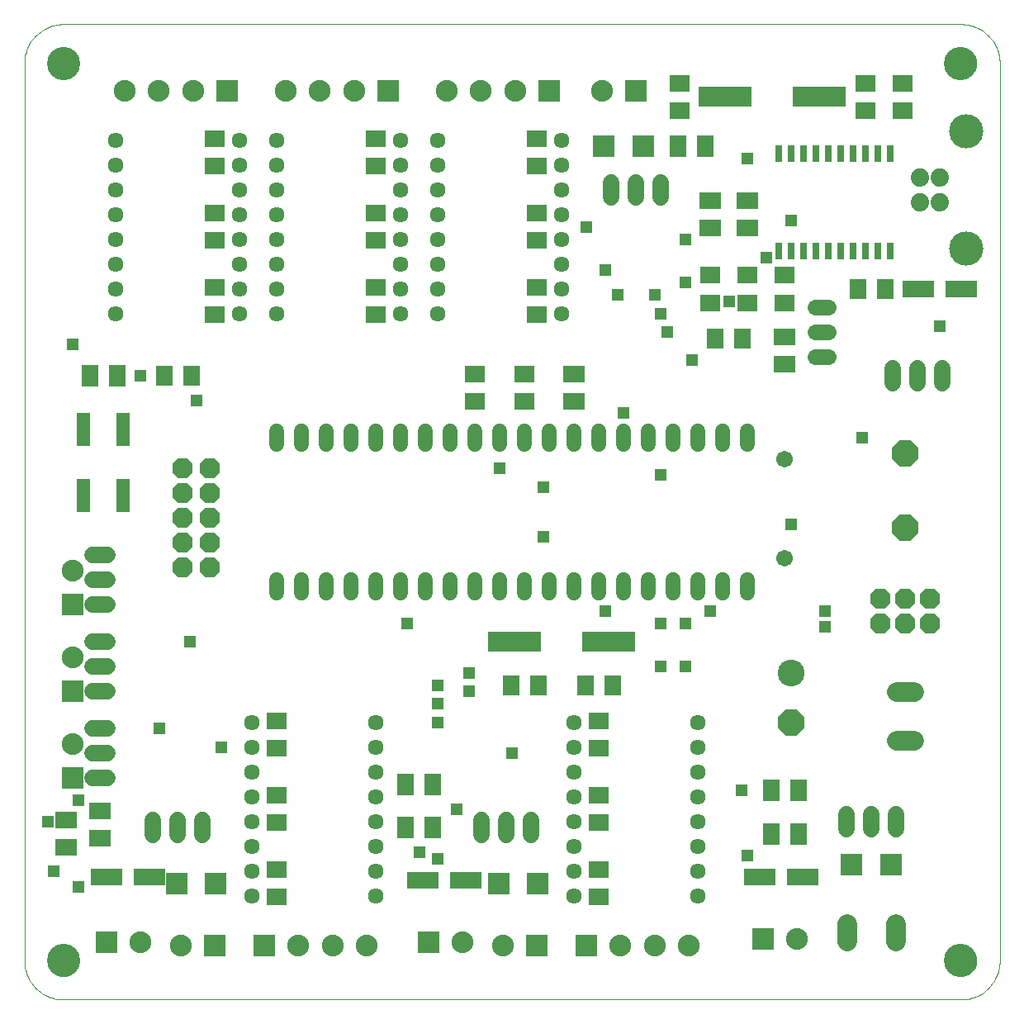
<source format=gts>
G75*
G70*
%OFA0B0*%
%FSLAX24Y24*%
%IPPOS*%
%LPD*%
%AMOC8*
5,1,8,0,0,1.08239X$1,22.5*
%
%ADD10R,0.0316X0.0671*%
%ADD11R,0.2180X0.0840*%
%ADD12R,0.0789X0.0710*%
%ADD13C,0.0740*%
%ADD14C,0.1380*%
%ADD15R,0.0710X0.0789*%
%ADD16R,0.0710X0.0867*%
%ADD17R,0.0790X0.0710*%
%ADD18R,0.0867X0.0710*%
%ADD19C,0.0600*%
%ADD20C,0.0671*%
%ADD21C,0.1080*%
%ADD22OC8,0.1080*%
%ADD23R,0.1261X0.0710*%
%ADD24OC8,0.0820*%
%ADD25R,0.0552X0.1340*%
%ADD26C,0.0785*%
%ADD27R,0.0867X0.0867*%
%ADD28R,0.0880X0.0880*%
%ADD29C,0.0880*%
%ADD30C,0.0680*%
%ADD31C,0.0634*%
%ADD32C,0.0674*%
%ADD33C,0.0000*%
%ADD34C,0.1340*%
%ADD35C,0.0640*%
%ADD36R,0.0476X0.0476*%
D10*
X035066Y033632D03*
X035566Y033632D03*
X036066Y033632D03*
X036566Y033632D03*
X037066Y033632D03*
X037566Y033632D03*
X038066Y033632D03*
X038566Y033632D03*
X039066Y033632D03*
X039566Y033632D03*
X039566Y037569D03*
X039066Y037569D03*
X038566Y037569D03*
X038066Y037569D03*
X037566Y037569D03*
X037066Y037569D03*
X036566Y037569D03*
X036066Y037569D03*
X035566Y037569D03*
X035066Y037569D03*
D11*
X036716Y039851D03*
X032916Y039851D03*
X028216Y017851D03*
X024416Y017851D03*
D12*
X027816Y014652D03*
X027816Y013549D03*
X027816Y011652D03*
X027816Y010549D03*
X027816Y008652D03*
X027816Y007549D03*
X014816Y007549D03*
X014816Y008652D03*
X014816Y010549D03*
X014816Y011652D03*
X014816Y013549D03*
X014816Y014652D03*
X022816Y027549D03*
X022816Y028652D03*
X024816Y028652D03*
X024816Y027549D03*
X025316Y031049D03*
X025316Y032152D03*
X025316Y034049D03*
X025316Y035152D03*
X025316Y037049D03*
X025316Y038152D03*
X031066Y039299D03*
X031066Y040402D03*
X038566Y040402D03*
X038566Y039299D03*
X040066Y039299D03*
X040066Y040402D03*
X018816Y038152D03*
X018816Y037049D03*
X018816Y035152D03*
X018816Y034049D03*
X018816Y032152D03*
X018816Y031049D03*
X012316Y031049D03*
X012316Y032152D03*
X012316Y034049D03*
X012316Y035152D03*
X012316Y037049D03*
X012316Y038152D03*
D13*
X040786Y036593D03*
X041566Y036593D03*
X041566Y035609D03*
X040786Y035609D03*
D14*
X042636Y033731D03*
X042636Y038471D03*
D15*
X039367Y032101D03*
X038265Y032101D03*
X033617Y030101D03*
X032515Y030101D03*
X028367Y016101D03*
X027265Y016101D03*
X025367Y016101D03*
X024265Y016101D03*
X011367Y028601D03*
X010265Y028601D03*
D16*
X008367Y028601D03*
X007265Y028601D03*
X020015Y012101D03*
X021117Y012101D03*
X021117Y010351D03*
X020015Y010351D03*
X034765Y010101D03*
X035867Y010101D03*
X035867Y011851D03*
X034765Y011851D03*
X032117Y037851D03*
X031015Y037851D03*
D17*
X032316Y032660D03*
X032316Y031541D03*
X033816Y031541D03*
X033816Y032660D03*
X035316Y032660D03*
X035316Y031541D03*
D18*
X035316Y030152D03*
X035316Y029049D03*
X033816Y034549D03*
X033816Y035652D03*
X032316Y035652D03*
X032316Y034549D03*
X026816Y028652D03*
X026816Y027549D03*
X007691Y011027D03*
X007691Y009924D03*
X006316Y009549D03*
X006316Y010652D03*
D19*
X014816Y019841D02*
X014816Y020361D01*
X015816Y020361D02*
X015816Y019841D01*
X016816Y019841D02*
X016816Y020361D01*
X017816Y020361D02*
X017816Y019841D01*
X018816Y019841D02*
X018816Y020361D01*
X019816Y020361D02*
X019816Y019841D01*
X020816Y019841D02*
X020816Y020361D01*
X021816Y020361D02*
X021816Y019841D01*
X022816Y019841D02*
X022816Y020361D01*
X023816Y020361D02*
X023816Y019841D01*
X024816Y019841D02*
X024816Y020361D01*
X025816Y020361D02*
X025816Y019841D01*
X026816Y019841D02*
X026816Y020361D01*
X027816Y020361D02*
X027816Y019841D01*
X028816Y019841D02*
X028816Y020361D01*
X029816Y020361D02*
X029816Y019841D01*
X030816Y019841D02*
X030816Y020361D01*
X031816Y020361D02*
X031816Y019841D01*
X032816Y019841D02*
X032816Y020361D01*
X033816Y020361D02*
X033816Y019841D01*
X033816Y025841D02*
X033816Y026361D01*
X032816Y026361D02*
X032816Y025841D01*
X031816Y025841D02*
X031816Y026361D01*
X030816Y026361D02*
X030816Y025841D01*
X029816Y025841D02*
X029816Y026361D01*
X028816Y026361D02*
X028816Y025841D01*
X027816Y025841D02*
X027816Y026361D01*
X026816Y026361D02*
X026816Y025841D01*
X025816Y025841D02*
X025816Y026361D01*
X024816Y026361D02*
X024816Y025841D01*
X023816Y025841D02*
X023816Y026361D01*
X022816Y026361D02*
X022816Y025841D01*
X021816Y025841D02*
X021816Y026361D01*
X020816Y026361D02*
X020816Y025841D01*
X019816Y025841D02*
X019816Y026361D01*
X018816Y026361D02*
X018816Y025841D01*
X017816Y025841D02*
X017816Y026361D01*
X016816Y026361D02*
X016816Y025841D01*
X015816Y025841D02*
X015816Y026361D01*
X014816Y026361D02*
X014816Y025841D01*
D20*
X035316Y025226D03*
X035316Y021226D03*
D21*
X035566Y016601D03*
D22*
X035566Y014601D03*
X040191Y022476D03*
X040191Y025476D03*
D23*
X040700Y032101D03*
X042432Y032101D03*
X036057Y008351D03*
X034325Y008351D03*
X022432Y008226D03*
X020700Y008226D03*
X009682Y008351D03*
X007950Y008351D03*
D24*
X011016Y020851D03*
X012116Y020851D03*
X012116Y021851D03*
X012116Y022851D03*
X012116Y023851D03*
X012116Y024851D03*
X011016Y024851D03*
X011016Y023851D03*
X011016Y022851D03*
X011016Y021851D03*
X039191Y019601D03*
X040191Y019601D03*
X041191Y019601D03*
X041191Y018601D03*
X040191Y018601D03*
X039191Y018601D03*
D25*
X008603Y023762D03*
X007028Y023762D03*
X007028Y026439D03*
X008603Y026439D03*
D26*
X037831Y006453D02*
X037831Y005748D01*
X039800Y005748D02*
X039800Y006453D01*
X039838Y013866D02*
X040543Y013866D01*
X040543Y015835D02*
X039838Y015835D01*
D27*
X039603Y008851D03*
X038028Y008851D03*
X025353Y008101D03*
X023778Y008101D03*
X012353Y008101D03*
X010778Y008101D03*
X028028Y037851D03*
X029603Y037851D03*
D28*
X029316Y040101D03*
X025816Y040101D03*
X019316Y040101D03*
X012816Y040101D03*
X006566Y019351D03*
X006566Y015851D03*
X006566Y012351D03*
X007941Y005726D03*
X012316Y005601D03*
X014316Y005601D03*
X020941Y005726D03*
X025316Y005601D03*
X027316Y005601D03*
X034441Y005851D03*
D29*
X035819Y005851D03*
X031450Y005601D03*
X030072Y005601D03*
X028694Y005601D03*
X023938Y005601D03*
X022319Y005726D03*
X018450Y005601D03*
X017072Y005601D03*
X015694Y005601D03*
X010938Y005601D03*
X009319Y005726D03*
X006566Y013729D03*
X006566Y017229D03*
X006566Y020729D03*
X008682Y040101D03*
X010060Y040101D03*
X011438Y040101D03*
X015182Y040101D03*
X016560Y040101D03*
X017938Y040101D03*
X021682Y040101D03*
X023060Y040101D03*
X024438Y040101D03*
X027938Y040101D03*
D30*
X028316Y036401D02*
X028316Y035801D01*
X029316Y035801D02*
X029316Y036401D01*
X030316Y036401D02*
X030316Y035801D01*
X039691Y028901D02*
X039691Y028301D01*
X040691Y028301D02*
X040691Y028901D01*
X041691Y028901D02*
X041691Y028301D01*
X039816Y010901D02*
X039816Y010301D01*
X038816Y010301D02*
X038816Y010901D01*
X037816Y010901D02*
X037816Y010301D01*
X025066Y010051D02*
X025066Y010651D01*
X024066Y010651D02*
X024066Y010051D01*
X023066Y010051D02*
X023066Y010651D01*
X011816Y010651D02*
X011816Y010051D01*
X010816Y010051D02*
X010816Y010651D01*
X009816Y010651D02*
X009816Y010051D01*
D31*
X013816Y009601D03*
X013816Y010601D03*
X013816Y011601D03*
X013816Y012601D03*
X013816Y013601D03*
X013816Y014601D03*
X018816Y014601D03*
X018816Y013601D03*
X018816Y012601D03*
X018816Y011601D03*
X018816Y010601D03*
X018816Y009601D03*
X018816Y008601D03*
X018816Y007601D03*
X013816Y007601D03*
X013816Y008601D03*
X026816Y008601D03*
X026816Y007601D03*
X026816Y009601D03*
X026816Y010601D03*
X026816Y011601D03*
X026816Y012601D03*
X026816Y013601D03*
X026816Y014601D03*
X031816Y014601D03*
X031816Y013601D03*
X031816Y012601D03*
X031816Y011601D03*
X031816Y010601D03*
X031816Y009601D03*
X031816Y008601D03*
X031816Y007601D03*
X026316Y031101D03*
X026316Y032101D03*
X026316Y033101D03*
X026316Y034101D03*
X026316Y035101D03*
X026316Y036101D03*
X026316Y037101D03*
X026316Y038101D03*
X021316Y038101D03*
X021316Y037101D03*
X021316Y036101D03*
X021316Y035101D03*
X021316Y034101D03*
X021316Y033101D03*
X021316Y032101D03*
X021316Y031101D03*
X019816Y031101D03*
X019816Y032101D03*
X019816Y033101D03*
X019816Y034101D03*
X019816Y035101D03*
X019816Y036101D03*
X019816Y037101D03*
X019816Y038101D03*
X014816Y038101D03*
X014816Y037101D03*
X014816Y036101D03*
X014816Y035101D03*
X014816Y034101D03*
X014816Y033101D03*
X014816Y032101D03*
X014816Y031101D03*
X013316Y031101D03*
X013316Y032101D03*
X013316Y033101D03*
X013316Y034101D03*
X013316Y035101D03*
X013316Y036101D03*
X013316Y037101D03*
X013316Y038101D03*
X008316Y038101D03*
X008316Y037101D03*
X008316Y036101D03*
X008316Y035101D03*
X008316Y034101D03*
X008316Y033101D03*
X008316Y032101D03*
X008316Y031101D03*
D32*
X007988Y021351D02*
X007394Y021351D01*
X007394Y020351D02*
X007988Y020351D01*
X007988Y019351D02*
X007394Y019351D01*
X007394Y017851D02*
X007988Y017851D01*
X007988Y016851D02*
X007394Y016851D01*
X007394Y015851D02*
X007988Y015851D01*
X007988Y014351D02*
X007394Y014351D01*
X007394Y013351D02*
X007988Y013351D01*
X007988Y012351D02*
X007394Y012351D01*
D33*
X004631Y004990D02*
X004631Y041211D01*
X005576Y041211D02*
X005578Y041261D01*
X005584Y041311D01*
X005594Y041360D01*
X005608Y041408D01*
X005625Y041455D01*
X005646Y041500D01*
X005671Y041544D01*
X005699Y041585D01*
X005731Y041624D01*
X005765Y041661D01*
X005802Y041695D01*
X005842Y041725D01*
X005884Y041752D01*
X005928Y041776D01*
X005974Y041797D01*
X006021Y041813D01*
X006069Y041826D01*
X006119Y041835D01*
X006168Y041840D01*
X006219Y041841D01*
X006269Y041838D01*
X006318Y041831D01*
X006367Y041820D01*
X006415Y041805D01*
X006461Y041787D01*
X006506Y041765D01*
X006549Y041739D01*
X006590Y041710D01*
X006629Y041678D01*
X006665Y041643D01*
X006697Y041605D01*
X006727Y041565D01*
X006754Y041522D01*
X006777Y041478D01*
X006796Y041432D01*
X006812Y041384D01*
X006824Y041335D01*
X006832Y041286D01*
X006836Y041236D01*
X006836Y041186D01*
X006832Y041136D01*
X006824Y041087D01*
X006812Y041038D01*
X006796Y040990D01*
X006777Y040944D01*
X006754Y040900D01*
X006727Y040857D01*
X006697Y040817D01*
X006665Y040779D01*
X006629Y040744D01*
X006590Y040712D01*
X006549Y040683D01*
X006506Y040657D01*
X006461Y040635D01*
X006415Y040617D01*
X006367Y040602D01*
X006318Y040591D01*
X006269Y040584D01*
X006219Y040581D01*
X006168Y040582D01*
X006119Y040587D01*
X006069Y040596D01*
X006021Y040609D01*
X005974Y040625D01*
X005928Y040646D01*
X005884Y040670D01*
X005842Y040697D01*
X005802Y040727D01*
X005765Y040761D01*
X005731Y040798D01*
X005699Y040837D01*
X005671Y040878D01*
X005646Y040922D01*
X005625Y040967D01*
X005608Y041014D01*
X005594Y041062D01*
X005584Y041111D01*
X005578Y041161D01*
X005576Y041211D01*
X004631Y041211D02*
X004633Y041288D01*
X004639Y041365D01*
X004648Y041442D01*
X004661Y041518D01*
X004678Y041594D01*
X004699Y041668D01*
X004723Y041742D01*
X004751Y041814D01*
X004782Y041884D01*
X004817Y041953D01*
X004855Y042021D01*
X004896Y042086D01*
X004941Y042149D01*
X004989Y042210D01*
X005039Y042269D01*
X005092Y042325D01*
X005148Y042378D01*
X005207Y042428D01*
X005268Y042476D01*
X005331Y042521D01*
X005396Y042562D01*
X005464Y042600D01*
X005533Y042635D01*
X005603Y042666D01*
X005675Y042694D01*
X005749Y042718D01*
X005823Y042739D01*
X005899Y042756D01*
X005975Y042769D01*
X006052Y042778D01*
X006129Y042784D01*
X006206Y042786D01*
X042426Y042786D01*
X041796Y041211D02*
X041798Y041261D01*
X041804Y041311D01*
X041814Y041360D01*
X041828Y041408D01*
X041845Y041455D01*
X041866Y041500D01*
X041891Y041544D01*
X041919Y041585D01*
X041951Y041624D01*
X041985Y041661D01*
X042022Y041695D01*
X042062Y041725D01*
X042104Y041752D01*
X042148Y041776D01*
X042194Y041797D01*
X042241Y041813D01*
X042289Y041826D01*
X042339Y041835D01*
X042388Y041840D01*
X042439Y041841D01*
X042489Y041838D01*
X042538Y041831D01*
X042587Y041820D01*
X042635Y041805D01*
X042681Y041787D01*
X042726Y041765D01*
X042769Y041739D01*
X042810Y041710D01*
X042849Y041678D01*
X042885Y041643D01*
X042917Y041605D01*
X042947Y041565D01*
X042974Y041522D01*
X042997Y041478D01*
X043016Y041432D01*
X043032Y041384D01*
X043044Y041335D01*
X043052Y041286D01*
X043056Y041236D01*
X043056Y041186D01*
X043052Y041136D01*
X043044Y041087D01*
X043032Y041038D01*
X043016Y040990D01*
X042997Y040944D01*
X042974Y040900D01*
X042947Y040857D01*
X042917Y040817D01*
X042885Y040779D01*
X042849Y040744D01*
X042810Y040712D01*
X042769Y040683D01*
X042726Y040657D01*
X042681Y040635D01*
X042635Y040617D01*
X042587Y040602D01*
X042538Y040591D01*
X042489Y040584D01*
X042439Y040581D01*
X042388Y040582D01*
X042339Y040587D01*
X042289Y040596D01*
X042241Y040609D01*
X042194Y040625D01*
X042148Y040646D01*
X042104Y040670D01*
X042062Y040697D01*
X042022Y040727D01*
X041985Y040761D01*
X041951Y040798D01*
X041919Y040837D01*
X041891Y040878D01*
X041866Y040922D01*
X041845Y040967D01*
X041828Y041014D01*
X041814Y041062D01*
X041804Y041111D01*
X041798Y041161D01*
X041796Y041211D01*
X042426Y042786D02*
X042503Y042784D01*
X042580Y042778D01*
X042657Y042769D01*
X042733Y042756D01*
X042809Y042739D01*
X042883Y042718D01*
X042957Y042694D01*
X043029Y042666D01*
X043099Y042635D01*
X043168Y042600D01*
X043236Y042562D01*
X043301Y042521D01*
X043364Y042476D01*
X043425Y042428D01*
X043484Y042378D01*
X043540Y042325D01*
X043593Y042269D01*
X043643Y042210D01*
X043691Y042149D01*
X043736Y042086D01*
X043777Y042021D01*
X043815Y041953D01*
X043850Y041884D01*
X043881Y041814D01*
X043909Y041742D01*
X043933Y041668D01*
X043954Y041594D01*
X043971Y041518D01*
X043984Y041442D01*
X043993Y041365D01*
X043999Y041288D01*
X044001Y041211D01*
X044001Y004990D01*
X041796Y004990D02*
X041798Y005040D01*
X041804Y005090D01*
X041814Y005139D01*
X041828Y005187D01*
X041845Y005234D01*
X041866Y005279D01*
X041891Y005323D01*
X041919Y005364D01*
X041951Y005403D01*
X041985Y005440D01*
X042022Y005474D01*
X042062Y005504D01*
X042104Y005531D01*
X042148Y005555D01*
X042194Y005576D01*
X042241Y005592D01*
X042289Y005605D01*
X042339Y005614D01*
X042388Y005619D01*
X042439Y005620D01*
X042489Y005617D01*
X042538Y005610D01*
X042587Y005599D01*
X042635Y005584D01*
X042681Y005566D01*
X042726Y005544D01*
X042769Y005518D01*
X042810Y005489D01*
X042849Y005457D01*
X042885Y005422D01*
X042917Y005384D01*
X042947Y005344D01*
X042974Y005301D01*
X042997Y005257D01*
X043016Y005211D01*
X043032Y005163D01*
X043044Y005114D01*
X043052Y005065D01*
X043056Y005015D01*
X043056Y004965D01*
X043052Y004915D01*
X043044Y004866D01*
X043032Y004817D01*
X043016Y004769D01*
X042997Y004723D01*
X042974Y004679D01*
X042947Y004636D01*
X042917Y004596D01*
X042885Y004558D01*
X042849Y004523D01*
X042810Y004491D01*
X042769Y004462D01*
X042726Y004436D01*
X042681Y004414D01*
X042635Y004396D01*
X042587Y004381D01*
X042538Y004370D01*
X042489Y004363D01*
X042439Y004360D01*
X042388Y004361D01*
X042339Y004366D01*
X042289Y004375D01*
X042241Y004388D01*
X042194Y004404D01*
X042148Y004425D01*
X042104Y004449D01*
X042062Y004476D01*
X042022Y004506D01*
X041985Y004540D01*
X041951Y004577D01*
X041919Y004616D01*
X041891Y004657D01*
X041866Y004701D01*
X041845Y004746D01*
X041828Y004793D01*
X041814Y004841D01*
X041804Y004890D01*
X041798Y004940D01*
X041796Y004990D01*
X042426Y003415D02*
X042503Y003417D01*
X042580Y003423D01*
X042657Y003432D01*
X042733Y003445D01*
X042809Y003462D01*
X042883Y003483D01*
X042957Y003507D01*
X043029Y003535D01*
X043099Y003566D01*
X043168Y003601D01*
X043236Y003639D01*
X043301Y003680D01*
X043364Y003725D01*
X043425Y003773D01*
X043484Y003823D01*
X043540Y003876D01*
X043593Y003932D01*
X043643Y003991D01*
X043691Y004052D01*
X043736Y004115D01*
X043777Y004180D01*
X043815Y004248D01*
X043850Y004317D01*
X043881Y004387D01*
X043909Y004459D01*
X043933Y004533D01*
X043954Y004607D01*
X043971Y004683D01*
X043984Y004759D01*
X043993Y004836D01*
X043999Y004913D01*
X044001Y004990D01*
X042426Y003416D02*
X006206Y003416D01*
X005576Y004990D02*
X005578Y005040D01*
X005584Y005090D01*
X005594Y005139D01*
X005608Y005187D01*
X005625Y005234D01*
X005646Y005279D01*
X005671Y005323D01*
X005699Y005364D01*
X005731Y005403D01*
X005765Y005440D01*
X005802Y005474D01*
X005842Y005504D01*
X005884Y005531D01*
X005928Y005555D01*
X005974Y005576D01*
X006021Y005592D01*
X006069Y005605D01*
X006119Y005614D01*
X006168Y005619D01*
X006219Y005620D01*
X006269Y005617D01*
X006318Y005610D01*
X006367Y005599D01*
X006415Y005584D01*
X006461Y005566D01*
X006506Y005544D01*
X006549Y005518D01*
X006590Y005489D01*
X006629Y005457D01*
X006665Y005422D01*
X006697Y005384D01*
X006727Y005344D01*
X006754Y005301D01*
X006777Y005257D01*
X006796Y005211D01*
X006812Y005163D01*
X006824Y005114D01*
X006832Y005065D01*
X006836Y005015D01*
X006836Y004965D01*
X006832Y004915D01*
X006824Y004866D01*
X006812Y004817D01*
X006796Y004769D01*
X006777Y004723D01*
X006754Y004679D01*
X006727Y004636D01*
X006697Y004596D01*
X006665Y004558D01*
X006629Y004523D01*
X006590Y004491D01*
X006549Y004462D01*
X006506Y004436D01*
X006461Y004414D01*
X006415Y004396D01*
X006367Y004381D01*
X006318Y004370D01*
X006269Y004363D01*
X006219Y004360D01*
X006168Y004361D01*
X006119Y004366D01*
X006069Y004375D01*
X006021Y004388D01*
X005974Y004404D01*
X005928Y004425D01*
X005884Y004449D01*
X005842Y004476D01*
X005802Y004506D01*
X005765Y004540D01*
X005731Y004577D01*
X005699Y004616D01*
X005671Y004657D01*
X005646Y004701D01*
X005625Y004746D01*
X005608Y004793D01*
X005594Y004841D01*
X005584Y004890D01*
X005578Y004940D01*
X005576Y004990D01*
X004631Y004990D02*
X004633Y004913D01*
X004639Y004836D01*
X004648Y004759D01*
X004661Y004683D01*
X004678Y004607D01*
X004699Y004533D01*
X004723Y004459D01*
X004751Y004387D01*
X004782Y004317D01*
X004817Y004248D01*
X004855Y004180D01*
X004896Y004115D01*
X004941Y004052D01*
X004989Y003991D01*
X005039Y003932D01*
X005092Y003876D01*
X005148Y003823D01*
X005207Y003773D01*
X005268Y003725D01*
X005331Y003680D01*
X005396Y003639D01*
X005464Y003601D01*
X005533Y003566D01*
X005603Y003535D01*
X005675Y003507D01*
X005749Y003483D01*
X005823Y003462D01*
X005899Y003445D01*
X005975Y003432D01*
X006052Y003423D01*
X006129Y003417D01*
X006206Y003415D01*
D34*
X006206Y004990D03*
X042426Y004990D03*
X042426Y041211D03*
X006206Y041211D03*
D35*
X036536Y031351D02*
X037096Y031351D01*
X037096Y030351D02*
X036536Y030351D01*
X036536Y029351D02*
X037096Y029351D01*
D36*
X038441Y026101D03*
X035566Y022601D03*
X036941Y019101D03*
X036941Y018476D03*
X032316Y019101D03*
X031316Y018601D03*
X030316Y018601D03*
X030316Y016851D03*
X031316Y016851D03*
X028066Y019101D03*
X025566Y022101D03*
X025566Y024101D03*
X023816Y024851D03*
X028816Y027101D03*
X030316Y024601D03*
X031566Y029226D03*
X030566Y030351D03*
X030316Y031101D03*
X030066Y031851D03*
X031316Y032351D03*
X033066Y031601D03*
X034566Y033351D03*
X035566Y034851D03*
X033816Y037351D03*
X031316Y034101D03*
X028566Y031851D03*
X028066Y032851D03*
X027316Y034601D03*
X041566Y030601D03*
X024316Y013351D03*
X022566Y015851D03*
X022566Y016601D03*
X021316Y016101D03*
X021316Y015351D03*
X021316Y014601D03*
X022066Y011101D03*
X021316Y009101D03*
X020566Y009351D03*
X012566Y013601D03*
X010066Y014351D03*
X006816Y011476D03*
X005566Y010601D03*
X005816Y008601D03*
X006816Y007976D03*
X011316Y017851D03*
X020066Y018601D03*
X011566Y027601D03*
X009316Y028601D03*
X006566Y029851D03*
X033566Y011851D03*
X033816Y009226D03*
M02*

</source>
